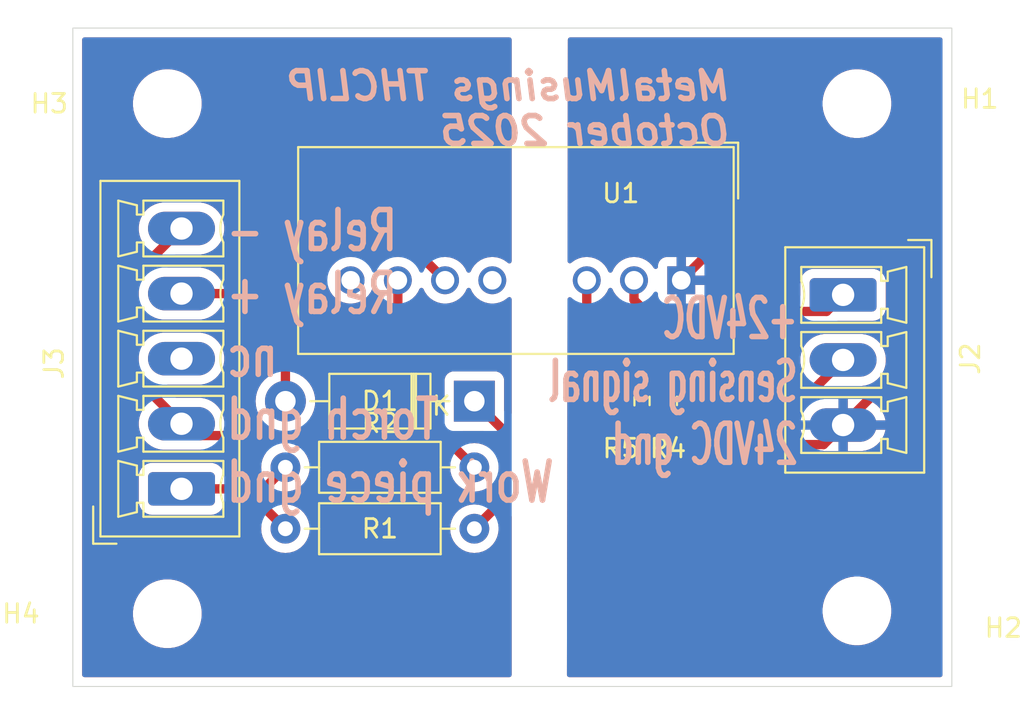
<source format=kicad_pcb>
(kicad_pcb (version 20240108) (generator "pcbnew") (generator_version "8.0")
  (title_block (comment 4 "AISLER Project ID: TCOKWDCI"))
  (layers (0 "F.Cu" signal) (31 "B.Cu" signal) (34 "B.Paste" user) (35 "F.Paste" user) (36 "B.SilkS" user "B.Silkscreen") (37 "F.SilkS" user "F.Silkscreen") (38 "B.Mask" user) (39 "F.Mask" user) (44 "Edge.Cuts" user))
  (net 0 "")
  (net 1 "24V UNREG +")
  (net 2 "Net-(D1-K)")
  (net 3 "-24VDC")
  (net 4 "Net-(U1-OnOff)")
  (net 5 "SENSING SIGNAL (24VDC)")
  (net 6 "WORK PIECE GND (+)")
  (net 7 "+24VDC")
  (net 10 "24V UNREG GND")
  (footprint "MountingHole:MountingHole_3.2mm_M3" (layer "F.Cu") (at 194.564 85.344)
    (property "Reference" "H1" (at 6.604 -0.254 0) (layer "F.SilkS"))
    (property "Value" "MountingHole")
    (pad "" np_thru_hole circle (at 0 0) (size 3.2 3.2) (drill 3.2) (layers "*.Cu" "*.Mask"))
  )
  (footprint "Diode_THT:D_DO-41_SOD81_P10.16mm_Horizontal" (layer "F.Cu") (at 173.99 101.346 180)
    (property "Reference" "D1" (at 5.08 0 0) (layer "F.SilkS"))
    (property "Value" "1N4007")
    (fp_line (start 8.82 0) (end 7.8 0) (stroke (width 0.12)) (layer "F.SilkS"))
    (fp_line (start 7.8 1.47) (end 7.8 -1.47) (stroke (width 0.12)) (layer "F.SilkS"))
    (fp_line (start 7.8 -1.47) (end 2.36 -1.47) (stroke (width 0.12)) (layer "F.SilkS"))
    (fp_line (start 3.38 -1.47) (end 3.38 1.47) (stroke (width 0.12)) (layer "F.SilkS"))
    (fp_line (start 3.26 -1.47) (end 3.26 1.47) (stroke (width 0.12)) (layer "F.SilkS"))
    (fp_line (start 3.14 -1.47) (end 3.14 1.47) (stroke (width 0.12)) (layer "F.SilkS"))
    (fp_line (start 2.36 1.47) (end 7.8 1.47) (stroke (width 0.12)) (layer "F.SilkS"))
    (fp_line (start 2.36 -1.47) (end 2.36 1.47) (stroke (width 0.12)) (layer "F.SilkS"))
    (fp_line (start 1.34 0) (end 2.36 0) (stroke (width 0.12)) (layer "F.SilkS"))
    (fp_text user "K" (at 1.778 -0.254 0) (layer "F.SilkS"))
    (pad "1" thru_hole rect (at 0 0 180) (size 2.2 2.2) (drill 1.1) (layers "*.Cu" "*.Mask") (net 2 "Net-(D1-K)"))
    (pad "2" thru_hole oval (at 10.16 0 180) (size 2.2 2.2) (drill 1.1) (layers "*.Cu" "*.Mask") (net 1 "24V UNREG +"))
  )
  (footprint "Connector_Phoenix_MC:PhoenixContact_MCV_1,5_5-G-3.5_1x05_P3.50mm_Vertical" (layer "F.Cu") (at 158.242 106.06 90)
    (property "Reference" "J3" (at 6.746 -6.858 90) (layer "F.SilkS"))
    (property "Value" "Conn_01x05_Pin")
    (fp_line (start -2.95 -4.75) (end -0.95 -4.75) (stroke (width 0.12)) (layer "F.SilkS"))
    (fp_line (start 16.56 -4.36) (end -2.56 -4.36) (stroke (width 0.12)) (layer "F.SilkS"))
    (fp_line (start -2.56 -4.36) (end -2.56 3.11) (stroke (width 0.12)) (layer "F.SilkS"))
    (fp_line (start -2.95 -3.5) (end -2.95 -4.75) (stroke (width 0.12)) (layer "F.SilkS"))
    (fp_line (start 15.5 -3.4) (end 15.25 -2.4) (stroke (width 0.12)) (layer "F.SilkS"))
    (fp_line (start 12.5 -3.4) (end 15.5 -3.4) (stroke (width 0.12)) (layer "F.SilkS"))
    (fp_line (start 12 -3.4) (end 11.75 -2.4) (stroke (width 0.12)) (layer "F.SilkS"))
    (fp_line (start 9 -3.4) (end 12 -3.4) (stroke (width 0.12)) (layer "F.SilkS"))
    (fp_line (start 8.5 -3.4) (end 8.25 -2.4) (stroke (width 0.12)) (layer "F.SilkS"))
    (fp_line (start 5.5 -3.4) (end 8.5 -3.4) (stroke (width 0.12)) (layer "F.SilkS"))
    (fp_line (start 5 -3.4) (end 4.75 -2.4) (stroke (width 0.12)) (layer "F.SilkS"))
    (fp_line (start 2 -3.4) (end 5 -3.4) (stroke (width 0.12)) (layer "F.SilkS"))
    (fp_line (start 1.5 -3.4) (end 1.25 -2.4) (stroke (width 0.12)) (layer "F.SilkS"))
    (fp_line (start -1.5 -3.4) (end 1.5 -3.4) (stroke (width 0.12)) (layer "F.SilkS"))
    (fp_line (start 15.25 -2.4) (end 14.75 -2.4) (stroke (width 0.12)) (layer "F.SilkS"))
    (fp_line (start 14.75 -2.4) (end 14.75 -2.05) (stroke (width 0.12)) (layer "F.SilkS"))
    (fp_line (start 13.25 -2.4) (end 12.75 -2.4) (stroke (width 0.12)) (layer "F.SilkS"))
    (fp_line (start 12.75 -2.4) (end 12.5 -3.4) (stroke (width 0.12)) (layer "F.SilkS"))
    (fp_line (start 11.75 -2.4) (end 11.25 -2.4) (stroke (width 0.12)) (layer "F.SilkS"))
    (fp_line (start 11.25 -2.4) (end 11.25 -2.05) (stroke (width 0.12)) (layer "F.SilkS"))
    (fp_line (start 9.75 -2.4) (end 9.25 -2.4) (stroke (width 0.12)) (layer "F.SilkS"))
    (fp_line (start 9.25 -2.4) (end 9 -3.4) (stroke (width 0.12)) (layer "F.SilkS"))
    (fp_line (start 8.25 -2.4) (end 7.75 -2.4) (stroke (width 0.12)) (layer "F.SilkS"))
    (fp_line (start 7.75 -2.4) (end 7.75 -2.05) (stroke (width 0.12)) (layer "F.SilkS"))
    (fp_line (start 6.25 -2.4) (end 5.75 -2.4) (stroke (width 0.12)) (layer "F.SilkS"))
    (fp_line (start 5.75 -2.4) (end 5.5 -3.4) (stroke (width 0.12)) (layer "F.SilkS"))
    (fp_line (start 4.75 -2.4) (end 4.25 -2.4) (stroke (width 0.12)) (layer "F.SilkS"))
    (fp_line (start 4.25 -2.4) (end 4.25 -2.05) (stroke (width 0.12)) (layer "F.SilkS"))
    (fp_line (start 2.75 -2.4) (end 2.25 -2.4) (stroke (width 0.12)) (layer "F.SilkS"))
    (fp_line (start 2.25 -2.4) (end 2 -3.4) (stroke (width 0.12)) (layer "F.SilkS"))
    (fp_line (start 1.25 -2.4) (end 0.75 -2.4) (stroke (width 0.12)) (layer "F.SilkS"))
    (fp_line (start 0.75 -2.4) (end 0.75 -2.05) (stroke (width 0.12)) (layer "F.SilkS"))
    (fp_line (start -0.75 -2.4) (end -1.25 -2.4) (stroke (width 0.12)) (layer "F.SilkS"))
    (fp_line (start -1.25 -2.4) (end -1.5 -3.4) (stroke (width 0.12)) (layer "F.SilkS"))
    (fp_line (start 15.5 -2.05) (end 15.5 2.25) (stroke (width 0.12)) (layer "F.SilkS"))
    (fp_line (start 14.75 -2.05) (end 15.5 -2.05) (stroke (width 0.12)) (layer "F.SilkS"))
    (fp_line (start 13.25 -2.05) (end 13.25 -2.4) (stroke (width 0.12)) (layer "F.SilkS"))
    (fp_line (start 12.5 -2.05) (end 13.25 -2.05) (stroke (width 0.12)) (layer "F.SilkS"))
    (fp_line (start 12 -2.05) (end 12 2.25) (stroke (width 0.12)) (layer "F.SilkS"))
    (fp_line (start 11.25 -2.05) (end 12 -2.05) (stroke (width 0.12)) (layer "F.SilkS"))
    (fp_line (start 9.75 -2.05) (end 9.75 -2.4) (stroke (width 0.12)) (layer "F.SilkS"))
    (fp_line (start 9 -2.05) (end 9.75 -2.05) (stroke (width 0.12)) (layer "F.SilkS"))
    (fp_line (start 8.5 -2.05) (end 8.5 2.25) (stroke (width 0.12)) (layer "F.SilkS"))
    (fp_line (start 7.75 -2.05) (end 8.5 -2.05) (stroke (width 0.12)) (layer "F.SilkS"))
    (fp_line (start 6.25 -2.05) (end 6.25 -2.4) (stroke (width 0.12)) (layer "F.SilkS"))
    (fp_line (start 5.5 -2.05) (end 6.25 -2.05) (stroke (width 0.12)) (layer "F.SilkS"))
    (fp_line (start 5 -2.05) (end 5 2.25) (stroke (width 0.12)) (layer "F.SilkS"))
    (fp_line (start 4.25 -2.05) (end 5 -2.05) (stroke (width 0.12)) (layer "F.SilkS"))
    (fp_line (start 2.75 -2.05) (end 2.75 -2.4) (stroke (width 0.12)) (layer "F.SilkS"))
    (fp_line (start 2 -2.05) (end 2.75 -2.05) (stroke (width 0.12)) (layer "F.SilkS"))
    (fp_line (start 1.5 -2.05) (end 1.5 2.25) (stroke (width 0.12)) (layer "F.SilkS"))
    (fp_line (start 0.75 -2.05) (end 1.5 -2.05) (stroke (width 0.12)) (layer "F.SilkS"))
    (fp_line (start -0.75 -2.05) (end -0.75 -2.4) (stroke (width 0.12)) (layer "F.SilkS"))
    (fp_line (start -1.5 -2.05) (end -0.75 -2.05) (stroke (width 0.12)) (layer "F.SilkS"))
    (fp_line (start 15.5 2.25) (end 14.75 2.25) (stroke (width 0.12)) (layer "F.SilkS"))
    (fp_line (start 13.25 2.25) (end 12.5 2.25) (stroke (width 0.12)) (layer "F.SilkS"))
    (fp_line (start 12.5 2.25) (end 12.5 -2.05) (stroke (width 0.12)) (layer "F.SilkS"))
    (fp_line (start 12 2.25) (end 11.25 2.25) (stroke (width 0.12)) (layer "F.SilkS"))
    (fp_line (start 9.75 2.25) (end 9 2.25) (stroke (width 0.12)) (layer "F.SilkS"))
    (fp_line (start 9 2.25) (end 9 -2.05) (stroke (width 0.12)) (layer "F.SilkS"))
    (fp_line (start 8.5 2.25) (end 7.75 2.25) (stroke (width 0.12)) (layer "F.SilkS"))
    (fp_line (start 6.25 2.25) (end 5.5 2.25) (stroke (width 0.12)) (layer "F.SilkS"))
    (fp_line (start 5.5 2.25) (end 5.5 -2.05) (stroke (width 0.12)) (layer "F.SilkS"))
    (fp_line (start 5 2.25) (end 4.25 2.25) (stroke (width 0.12)) (layer "F.SilkS"))
    (fp_line (start 2.75 2.25) (end 2 2.25) (stroke (width 0.12)) (layer "F.SilkS"))
    (fp_line (start 2 2.25) (end 2 -2.05) (stroke (width 0.12)) (layer "F.SilkS"))
    (fp_line (start 1.5 2.25) (end 0.75 2.25) (stroke (width 0.12)) (layer "F.SilkS"))
    (fp_line (start -0.75 2.25) (end -1.5 2.25) (stroke (width 0.12)) (layer "F.SilkS"))
    (fp_line (start -1.5 2.25) (end -1.5 -2.05) (stroke (width 0.12)) (layer "F.SilkS"))
    (fp_line (start 16.56 3.11) (end 16.56 -4.36) (stroke (width 0.12)) (layer "F.SilkS"))
    (fp_line (start -2.56 3.11) (end 16.56 3.11) (stroke (width 0.12)) (layer "F.SilkS"))
    (fp_arc (start 13.25 2.25) (mid 13.999807 2.09191) (end 14.749647 2.249844) (stroke (width 0.12)) (layer "F.SilkS"))
    (fp_arc (start 9.75 2.25) (mid 10.499807 2.09191) (end 11.249647 2.249844) (stroke (width 0.12)) (layer "F.SilkS"))
    (fp_arc (start 6.25 2.25) (mid 6.999807 2.09191) (end 7.749647 2.249844) (stroke (width 0.12)) (layer "F.SilkS"))
    (fp_arc (start 2.75 2.25) (mid 3.499807 2.09191) (end 4.249647 2.249844) (stroke (width 0.12)) (layer "F.SilkS"))
    (fp_arc (start -0.75 2.25) (mid -0.000193 2.09191) (end 0.749647 2.249844) (stroke (width 0.12)) (layer "F.SilkS"))
    (pad "1" thru_hole roundrect (at 0 0 90) (size 1.8 3.6) (drill 1.2) (layers "*.Cu" "*.Mask") (roundrect_rratio 0.138889) (net 6 "WORK PIECE GND (+)"))
    (pad "2" thru_hole oval (at 3.5 0 90) (size 1.8 3.6) (drill 1.2) (layers "*.Cu" "*.Mask") (net 10 "24V UNREG GND"))
    (pad "3" thru_hole oval (at 7 0 90) (size 1.8 3.6) (drill 1.2) (layers "*.Cu" "*.Mask"))
    (pad "4" thru_hole oval (at 10.5 0 90) (size 1.8 3.6) (drill 1.2) (layers "*.Cu" "*.Mask") (net 1 "24V UNREG +"))
    (pad "5" thru_hole oval (at 14 0 90) (size 1.8 3.6) (drill 1.2) (layers "*.Cu" "*.Mask") (net 10 "24V UNREG GND"))
  )
  (footprint "MountingHole:MountingHole_3.2mm_M3" (layer "F.Cu") (at 157.48 85.344)
    (property "Reference" "H3" (at -6.35 0 0) (layer "F.SilkS"))
    (property "Value" "MountingHole")
    (pad "" np_thru_hole circle (at 0 0) (size 3.2 3.2) (drill 3.2) (layers "*.Cu" "*.Mask"))
  )
  (footprint "Resistor_THT:R_Axial_DIN0207_L6.3mm_D2.5mm_P10.16mm_Horizontal" (layer "F.Cu") (at 163.83 108.204)
    (property "Reference" "R1" (at 5.08 0 0) (layer "F.SilkS"))
    (property "Value" "2k4")
    (fp_line (start 1.04 0) (end 1.81 0) (stroke (width 0.12)) (layer "F.SilkS"))
    (fp_line (start 1.81 -1.37) (end 1.81 1.37) (stroke (width 0.12)) (layer "F.SilkS"))
    (fp_line (start 1.81 1.37) (end 8.35 1.37) (stroke (width 0.12)) (layer "F.SilkS"))
    (fp_line (start 8.35 -1.37) (end 1.81 -1.37) (stroke (width 0.12)) (layer "F.SilkS"))
    (fp_line (start 8.35 1.37) (end 8.35 -1.37) (stroke (width 0.12)) (layer "F.SilkS"))
    (fp_line (start 9.12 0) (end 8.35 0) (stroke (width 0.12)) (layer "F.SilkS"))
    (pad "1" thru_hole circle (at 0 0) (size 1.6 1.6) (drill 0.8) (layers "*.Cu" "*.Mask") (net 6 "WORK PIECE GND (+)"))
    (pad "2" thru_hole oval (at 10.16 0) (size 1.6 1.6) (drill 0.8) (layers "*.Cu" "*.Mask") (net 2 "Net-(D1-K)"))
  )
  (footprint "Converter_DCDC:Converter_DCDC_TRACO_TEC3-24xxUI_THT" (layer "F.Cu") (at 185.1152 94.8436 -90)
    (property "Reference" "U1" (at -4.6736 3.2512 180) (layer "F.SilkS"))
    (property "Value" "RS3K-2424S/H3")
    (fp_line (start -7.16 20.6) (end 3.96 20.6) (stroke (width 0.12)) (layer "F.SilkS"))
    (fp_line (start -7.4 -0.06) (end -7.4 -3.06) (stroke (width 0.12)) (layer "F.SilkS"))
    (fp_line (start -7.16 -2.82) (end -7.16 20.6) (stroke (width 0.12)) (layer "F.SilkS"))
    (fp_line (start -7.16 -2.82) (end 3.96 -2.82) (stroke (width 0.12)) (layer "F.SilkS"))
    (fp_line (start 3.96 -2.82) (end 3.96 20.6) (stroke (width 0.12)) (layer "F.SilkS"))
    (fp_line (start -7.4 -3.06) (end -4.4 -3.06) (stroke (width 0.12)) (layer "F.SilkS"))
    (pad "1" thru_hole rect (at 0 0 270) (size 1.5 1.5) (drill 1) (layers "*.Cu" "*.Mask") (net 3 "-24VDC"))
    (pad "2" thru_hole circle (at 0 2.54 270) (size 1.5 1.5) (drill 1) (layers "*.Cu" "*.Mask") (net 7 "+24VDC"))
    (pad "3" thru_hole circle (at 0 5.08 270) (size 1.5 1.5) (drill 1) (layers "*.Cu" "*.Mask") (net 4 "Net-(U1-OnOff)"))
    (pad "5" thru_hole circle (at 0 10.16 270) (size 1.5 1.5) (drill 1) (layers "*.Cu" "*.Mask"))
    (pad "6" thru_hole circle (at 0 12.7 270) (size 1.5 1.5) (drill 1) (layers "*.Cu" "*.Mask") (net 1 "24V UNREG +"))
    (pad "7" thru_hole circle (at 0 15.24 270) (size 1.5 1.5) (drill 1) (layers "*.Cu" "*.Mask") (net 10 "24V UNREG GND"))
    (pad "8" thru_hole circle (at 0 17.78 270) (size 1.5 1.5) (drill 1) (layers "*.Cu" "*.Mask"))
  )
  (footprint "MountingHole:MountingHole_3.2mm_M3" (layer "F.Cu") (at 157.48 112.776)
    (property "Reference" "H4" (at -7.874 0 0) (layer "F.SilkS"))
    (property "Value" "MountingHole")
    (pad "" np_thru_hole circle (at 0 0) (size 3.2 3.2) (drill 3.2) (layers "*.Cu" "*.Mask"))
  )
  (footprint "Resistor_SMD:R_0805_2012Metric_Pad1.20x1.40mm_HandSolder" (layer "F.Cu") (at 181.864 101.346 -90)
    (property "Reference" "R5" (at 2.54 0 180) (layer "F.SilkS"))
    (property "Value" "2k")
    (fp_line (start -0.227064 0.735) (end 0.227064 0.735) (stroke (width 0.12)) (layer "F.SilkS"))
    (fp_line (start -0.227064 -0.735) (end 0.227064 -0.735) (stroke (width 0.12)) (layer "F.SilkS"))
    (pad "1" smd roundrect (at -1 0 270) (size 1.2 1.4) (layers "F.Cu" "F.Paste" "F.Mask") (roundrect_rratio 0.208333) (net 4 "Net-(U1-OnOff)"))
    (pad "2" smd roundrect (at 1 0 270) (size 1.2 1.4) (layers "F.Cu" "F.Paste" "F.Mask") (roundrect_rratio 0.208333) (net 3 "-24VDC"))
  )
  (footprint "MountingHole:MountingHole_3.2mm_M3" (layer "F.Cu") (at 194.564 112.6236)
    (property "Reference" "H2" (at 7.874 0.9144 0) (layer "F.SilkS"))
    (property "Value" "MountingHole")
    (pad "" np_thru_hole circle (at 0 0) (size 3.2 3.2) (drill 3.2) (layers "*.Cu" "*.Mask"))
  )
  (footprint "Connector_Phoenix_MC:PhoenixContact_MCV_1,5_3-G-3.5_1x03_P3.50mm_Vertical" (layer "F.Cu") (at 193.8199 95.6283 -90)
    (property "Reference" "J2" (at 3.4317 -6.8401 90) (layer "F.SilkS"))
    (property "Value" "Conn_01x03_Pin")
    (fp_line (start -2.56 3.11) (end 9.56 3.11) (stroke (width 0.12)) (layer "F.SilkS"))
    (fp_line (start 9.56 3.11) (end 9.56 -4.36) (stroke (width 0.12)) (layer "F.SilkS"))
    (fp_line (start -1.5 2.25) (end -1.5 -2.05) (stroke (width 0.12)) (layer "F.SilkS"))
    (fp_line (start -0.75 2.25) (end -1.5 2.25) (stroke (width 0.12)) (layer "F.SilkS"))
    (fp_line (start 1.5 2.25) (end 0.75 2.25) (stroke (width 0.12)) (layer "F.SilkS"))
    (fp_line (start 2 2.25) (end 2 -2.05) (stroke (width 0.12)) (layer "F.SilkS"))
    (fp_line (start 2.75 2.25) (end 2 2.25) (stroke (width 0.12)) (layer "F.SilkS"))
    (fp_line (start 5 2.25) (end 4.25 2.25) (stroke (width 0.12)) (layer "F.SilkS"))
    (fp_line (start 5.5 2.25) (end 5.5 -2.05) (stroke (width 0.12)) (layer "F.SilkS"))
    (fp_line (start 6.25 2.25) (end 5.5 2.25) (stroke (width 0.12)) (layer "F.SilkS"))
    (fp_line (start 8.5 2.25) (end 7.75 2.25) (stroke (width 0.12)) (layer "F.SilkS"))
    (fp_line (start -1.5 -2.05) (end -0.75 -2.05) (stroke (width 0.12)) (layer "F.SilkS"))
    (fp_line (start -0.75 -2.05) (end -0.75 -2.4) (stroke (width 0.12)) (layer "F.SilkS"))
    (fp_line (start 0.75 -2.05) (end 1.5 -2.05) (stroke (width 0.12)) (layer "F.SilkS"))
    (fp_line (start 1.5 -2.05) (end 1.5 2.25) (stroke (width 0.12)) (layer "F.SilkS"))
    (fp_line (start 2 -2.05) (end 2.75 -2.05) (stroke (width 0.12)) (layer "F.SilkS"))
    (fp_line (start 2.75 -2.05) (end 2.75 -2.4) (stroke (width 0.12)) (layer "F.SilkS"))
    (fp_line (start 4.25 -2.05) (end 5 -2.05) (stroke (width 0.12)) (layer "F.SilkS"))
    (fp_line (start 5 -2.05) (end 5 2.25) (stroke (width 0.12)) (layer "F.SilkS"))
    (fp_line (start 5.5 -2.05) (end 6.25 -2.05) (stroke (width 0.12)) (layer "F.SilkS"))
    (fp_line (start 6.25 -2.05) (end 6.25 -2.4) (stroke (width 0.12)) (layer "F.SilkS"))
    (fp_line (start 7.75 -2.05) (end 8.5 -2.05) (stroke (width 0.12)) (layer "F.SilkS"))
    (fp_line (start 8.5 -2.05) (end 8.5 2.25) (stroke (width 0.12)) (layer "F.SilkS"))
    (fp_line (start -1.25 -2.4) (end -1.5 -3.4) (stroke (width 0.12)) (layer "F.SilkS"))
    (fp_line (start -0.75 -2.4) (end -1.25 -2.4) (stroke (width 0.12)) (layer "F.SilkS"))
    (fp_line (start 0.75 -2.4) (end 0.75 -2.05) (stroke (width 0.12)) (layer "F.SilkS"))
    (fp_line (start 1.25 -2.4) (end 0.75 -2.4) (stroke (width 0.12)) (layer "F.SilkS"))
    (fp_line (start 2.25 -2.4) (end 2 -3.4) (stroke (width 0.12)) (layer "F.SilkS"))
    (fp_line (start 2.75 -2.4) (end 2.25 -2.4) (stroke (width 0.12)) (layer "F.SilkS"))
    (fp_line (start 4.25 -2.4) (end 4.25 -2.05) (stroke (width 0.12)) (layer "F.SilkS"))
    (fp_line (start 4.75 -2.4) (end 4.25 -2.4) (stroke (width 0.12)) (layer "F.SilkS"))
    (fp_line (start 5.75 -2.4) (end 5.5 -3.4) (stroke (width 0.12)) (layer "F.SilkS"))
    (fp_line (start 6.25 -2.4) (end 5.75 -2.4) (stroke (width 0.12)) (layer "F.SilkS"))
    (fp_line (start 7.75 -2.4) (end 7.75 -2.05) (stroke (width 0.12)) (layer "F.SilkS"))
    (fp_line (start 8.25 -2.4) (end 7.75 -2.4) (stroke (width 0.12)) (layer "F.SilkS"))
    (fp_line (start -1.5 -3.4) (end 1.5 -3.4) (stroke (width 0.12)) (layer "F.SilkS"))
    (fp_line (start 1.5 -3.4) (end 1.25 -2.4) (stroke (width 0.12)) (layer "F.SilkS"))
    (fp_line (start 2 -3.4) (end 5 -3.4) (stroke (width 0.12)) (layer "F.SilkS"))
    (fp_line (start 5 -3.4) (end 4.75 -2.4) (stroke (width 0.12)) (layer "F.SilkS"))
    (fp_line (start 5.5 -3.4) (end 8.5 -3.4) (stroke (width 0.12)) (layer "F.SilkS"))
    (fp_line (start 8.5 -3.4) (end 8.25 -2.4) (stroke (width 0.12)) (layer "F.SilkS"))
    (fp_line (start -2.95 -3.5) (end -2.95 -4.75) (stroke (width 0.12)) (layer "F.SilkS"))
    (fp_line (start -2.56 -4.36) (end -2.56 3.11) (stroke (width 0.12)) (layer "F.SilkS"))
    (fp_line (start 9.56 -4.36) (end -2.56 -4.36) (stroke (width 0.12)) (layer "F.SilkS"))
    (fp_line (start -2.95 -4.75) (end -0.95 -4.75) (stroke (width 0.12)) (layer "F.SilkS"))
    (fp_arc (start -0.75 2.25) (mid -0.000193 2.09191) (end 0.749647 2.249844) (stroke (width 0.12)) (layer "F.SilkS"))
    (fp_arc (start 2.75 2.25) (mid 3.499807 2.09191) (end 4.249647 2.249844) (stroke (width 0.12)) (layer "F.SilkS"))
    (fp_arc (start 6.25 2.25) (mid 6.999807 2.09191) (end 7.749647 2.249844) (stroke (width 0.12)) (layer "F.SilkS"))
    (pad "1" thru_hole roundrect (at 0 0 270) (size 1.8 3.6) (drill 1.2) (layers "*.Cu" "*.Mask") (roundrect_rratio 0.138889) (net 7 "+24VDC"))
    (pad "2" thru_hole oval (at 3.5 0 270) (size 1.8 3.6) (drill 1.2) (layers "*.Cu" "*.Mask") (net 5 "SENSING SIGNAL (24VDC)"))
    (pad "3" thru_hole oval (at 7 0 270) (size 1.8 3.6) (drill 1.2) (layers "*.Cu" "*.Mask") (net 3 "-24VDC"))
  )
  (footprint "Resistor_SMD:R_0805_2012Metric_Pad1.20x1.40mm_HandSolder" (layer "F.Cu") (at 184.15 101.33 90)
    (property "Reference" "R4" (at -2.556 0.254 180) (layer "F.SilkS"))
    (property "Value" "10k")
    (fp_line (start -0.227064 -0.735) (end 0.227064 -0.735) (stroke (width 0.12)) (layer "F.SilkS"))
    (fp_line (start -0.227064 0.735) (end 0.227064 0.735) (stroke (width 0.12)) (layer "F.SilkS"))
    (pad "1" smd roundrect (at -1 0 90) (size 1.2 1.4) (layers "F.Cu" "F.Paste" "F.Mask") (roundrect_rratio 0.208333) (net 5 "SENSING SIGNAL (24VDC)"))
    (pad "2" smd roundrect (at 1 0 90) (size 1.2 1.4) (layers "F.Cu" "F.Paste" "F.Mask") (roundrect_rratio 0.208333) (net 4 "Net-(U1-OnOff)"))
  )
  (footprint "Resistor_THT:R_Axial_DIN0207_L6.3mm_D2.5mm_P10.16mm_Horizontal" (layer "F.Cu") (at 163.83 104.902)
    (property "Reference" "R2" (at 5.08 -2.37 0) (layer "F.SilkS"))
    (property "Value" "100k")
    (fp_line (start 1.04 0) (end 1.81 0) (stroke (width 0.12)) (layer "F.SilkS"))
    (fp_line (start 1.81 -1.37) (end 1.81 1.37) (stroke (width 0.12)) (layer "F.SilkS"))
    (fp_line (start 1.81 1.37) (end 8.35 1.37) (stroke (width 0.12)) (layer "F.SilkS"))
    (fp_line (start 8.35 -1.37) (end 1.81 -1.37) (stroke (width 0.12)) (layer "F.SilkS"))
    (fp_line (start 8.35 1.37) (end 8.35 -1.37) (stroke (width 0.12)) (layer "F.SilkS"))
    (fp_line (start 9.12 0) (end 8.35 0) (stroke (width 0.12)) (layer "F.SilkS"))
    (pad "1" thru_hole circle (at 0 0) (size 1.6 1.6) (drill 0.8) (layers "*.Cu" "*.Mask") (net 6 "WORK PIECE GND (+)"))
    (pad "2" thru_hole oval (at 10.16 0) (size 1.6 1.6) (drill 0.8) (layers "*.Cu" "*.Mask") (net 10 "24V UNREG GND"))
  )
  (gr_rect (start 152.3977 81.28) (end 199.6671 116.6876) (stroke (width 0.05)) (fill none) (layer "Edge.Cuts"))
  (gr_text "MetalMusings THCLIP\nOctober 2025" (at 187.9352 87.6836 0) (layer "B.SilkS") (effects (font (size 1.5 1.5) (thickness 0.3) (bold yes) (italic yes)) (justify left bottom mirror)))
  (gr_text "+24VDC\nSensing signal\n24VDC gnd" (at 191.516 104.902 0) (layer "B.SilkS") (effects (font (size 2.1 1.2) (thickness 0.3) (bold yes)) (justify left bottom mirror)))
  (gr_text "Relay -\nRelay +\nnc\nTorch gnd\nWork piece gnd" (at 160.528 106.934 0) (layer "B.SilkS") (effects (font (size 2.1 1.5) (thickness 0.3) (bold yes)) (justify right bottom mirror)))
  (segment (start 166.713879 93.3436) (end 170.9152 93.3436) (width 0.5) (layer "F.Cu") (net 1))
  (segment (start 158.242 95.758) (end 158.242 95.56) (width 0.5) (layer "F.Cu") (net 1))
  (segment (start 163.162521 95.56) (end 163.83 96.227479) (width 0.5) (layer "F.Cu") (net 1))
  (segment (start 158.242 95.56) (end 163.162521 95.56) (width 0.5) (layer "F.Cu") (net 1))
  (segment (start 163.83 101.346) (end 163.83 96.227479) (width 0.5) (layer "F.Cu") (net 1))
  (segment (start 170.9152 93.3436) (end 172.4152 94.8436) (width 0.5) (layer "F.Cu") (net 1))
  (segment (start 163.83 96.227479) (end 166.713879 93.3436) (width 0.5) (layer "F.Cu") (net 1))
  (segment (start 173.99 108.204) (end 175.54 106.654) (width 0.5) (layer "F.Cu") (net 2))
  (segment (start 175.54 102.896) (end 173.99 101.346) (width 0.5) (layer "F.Cu") (net 2))
  (segment (start 175.54 106.654) (end 175.54 102.896) (width 0.5) (layer "F.Cu") (net 2))
  (segment (start 196.3699 100.0783) (end 196.3699 94.557158) (width 0.5) (layer "F.Cu") (net 3))
  (segment (start 192.7682 103.68) (end 193.8199 102.6283) (width 0.5) (layer "F.Cu") (net 3))
  (segment (start 196.3699 94.557158) (end 195.538742 93.726) (width 0.5) (layer "F.Cu") (net 3))
  (segment (start 181.864 102.346) (end 183.198 103.68) (width 0.5) (layer "F.Cu") (net 3))
  (segment (start 195.538742 93.726) (end 186.2328 93.726) (width 0.5) (layer "F.Cu") (net 3))
  (segment (start 186.2328 93.726) (end 185.1152 94.8436) (width 0.5) (layer "F.Cu") (net 3))
  (segment (start 183.198 103.68) (end 192.7682 103.68) (width 0.5) (layer "F.Cu") (net 3))
  (segment (start 193.8199 102.6283) (end 196.3699 100.0783) (width 0.5) (layer "F.Cu") (net 3))
  (segment (start 180.0352 98.5172) (end 181.864 100.346) (width 0.5) (layer "F.Cu") (net 4))
  (segment (start 181.864 100.346) (end 184.134 100.346) (width 0.5) (layer "F.Cu") (net 4))
  (segment (start 184.134 100.346) (end 184.15 100.33) (width 0.5) (layer "F.Cu") (net 4))
  (segment (start 180.0352 94.8436) (end 180.0352 98.5172) (width 0.5) (layer "F.Cu") (net 4))
  (segment (start 190.6182 102.33) (end 193.8199 99.1283) (width 0.5) (layer "F.Cu") (net 5))
  (segment (start 184.15 102.33) (end 190.6182 102.33) (width 0.5) (layer "F.Cu") (net 5))
  (segment (start 162.672 107.046) (end 163.83 108.204) (width 0.5) (layer "F.Cu") (net 6))
  (segment (start 158.242 106.06) (end 162.672 106.06) (width 0.5) (layer "F.Cu") (net 6))
  (segment (start 162.672 106.06) (end 163.83 104.902) (width 0.5) (layer "F.Cu") (net 6))
  (segment (start 162.672 106.06) (end 162.672 107.046) (width 0.5) (layer "F.Cu") (net 6))
  (segment (start 182.5752 94.8436) (end 182.5752 95.90426) (width 0.5) (layer "F.Cu") (net 7))
  (segment (start 183.19094 96.52) (end 192.9282 96.52) (width 0.5) (layer "F.Cu") (net 7))
  (segment (start 182.5752 95.90426) (end 183.19094 96.52) (width 0.5) (layer "F.Cu") (net 7))
  (segment (start 192.9282 96.52) (end 193.8199 95.6283) (width 0.5) (layer "F.Cu") (net 7))
  (segment (start 171.577 102.489) (end 173.99 104.902) (width 0.5) (layer "F.Cu") (net 10))
  (segment (start 169.8752 100.7872) (end 171.577 102.489) (width 0.5) (layer "F.Cu") (net 10))
  (segment (start 169.8752 94.8436) (end 169.8752 100.7872) (width 0.5) (layer "F.Cu") (net 10))
  (segment (start 167.4664 103.196) (end 169.8752 100.7872) (width 0.5) (layer "F.Cu") (net 10))
  (segment (start 158.298 102.56) (end 158.934 103.196) (width 0.5) (layer "F.Cu") (net 10))
  (segment (start 155.692 100.01) (end 155.692 94.61) (width 0.5) (layer "F.Cu") (net 10))
  (segment (start 158.242 102.56) (end 158.298 102.56) (width 0.5) (layer "F.Cu") (net 10))
  (segment (start 155.692 94.61) (end 158.242 92.06) (width 0.5) (layer "F.Cu") (net 10))
  (segment (start 158.242 102.56) (end 155.692 100.01) (width 0.5) (layer "F.Cu") (net 10))
  (segment (start 158.934 103.196) (end 167.4664 103.196) (width 0.5) (layer "F.Cu") (net 10))
  (zone (net 3) (net_name "-24VDC") (layers "F&B.Cu") (priority 1) (connect_pads (clearance 0)) (min_thickness 0.25) (fill yes (thermal_gap 0.5) (thermal_bridge_width 0.5) (island_removal_mode 1) (island_area_min 10))
    (polygon (pts (xy 179.0192 81.2038) (xy 199.644 81.28) (xy 199.644 116.84) (xy 178.9684 116.84)))
  )
  (zone (net 0) (net_name "") (layers "F&B.Cu") (connect_pads (clearance 0)) (min_thickness 0.25) (fill yes (thermal_gap 0.5) (thermal_bridge_width 0.5) (island_removal_mode 1) (island_area_min 10))
    (polygon (pts (xy 175.9966 81.28) (xy 175.9966 116.586) (xy 152.4 116.586) (xy 152.4 81.28)))
  )
)
</source>
